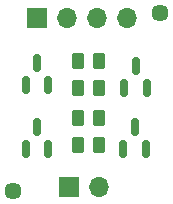
<source format=gbr>
%TF.GenerationSoftware,KiCad,Pcbnew,7.0.0-da2b9df05c~163~ubuntu20.04.1*%
%TF.CreationDate,2023-06-08T13:28:59+01:00*%
%TF.ProjectId,h_bridge,685f6272-6964-4676-952e-6b696361645f,rev?*%
%TF.SameCoordinates,Original*%
%TF.FileFunction,Soldermask,Top*%
%TF.FilePolarity,Negative*%
%FSLAX46Y46*%
G04 Gerber Fmt 4.6, Leading zero omitted, Abs format (unit mm)*
G04 Created by KiCad (PCBNEW 7.0.0-da2b9df05c~163~ubuntu20.04.1) date 2023-06-08 13:28:59*
%MOMM*%
%LPD*%
G01*
G04 APERTURE LIST*
G04 Aperture macros list*
%AMRoundRect*
0 Rectangle with rounded corners*
0 $1 Rounding radius*
0 $2 $3 $4 $5 $6 $7 $8 $9 X,Y pos of 4 corners*
0 Add a 4 corners polygon primitive as box body*
4,1,4,$2,$3,$4,$5,$6,$7,$8,$9,$2,$3,0*
0 Add four circle primitives for the rounded corners*
1,1,$1+$1,$2,$3*
1,1,$1+$1,$4,$5*
1,1,$1+$1,$6,$7*
1,1,$1+$1,$8,$9*
0 Add four rect primitives between the rounded corners*
20,1,$1+$1,$2,$3,$4,$5,0*
20,1,$1+$1,$4,$5,$6,$7,0*
20,1,$1+$1,$6,$7,$8,$9,0*
20,1,$1+$1,$8,$9,$2,$3,0*%
G04 Aperture macros list end*
%ADD10RoundRect,0.150000X0.150000X-0.587500X0.150000X0.587500X-0.150000X0.587500X-0.150000X-0.587500X0*%
%ADD11R,1.700000X1.700000*%
%ADD12O,1.700000X1.700000*%
%ADD13RoundRect,0.250000X-0.262500X-0.450000X0.262500X-0.450000X0.262500X0.450000X-0.262500X0.450000X0*%
%ADD14C,1.448000*%
%ADD15RoundRect,0.250000X0.262500X0.450000X-0.262500X0.450000X-0.262500X-0.450000X0.262500X-0.450000X0*%
G04 APERTURE END LIST*
D10*
%TO.C,Q3*%
X95128000Y-56485000D03*
X97028000Y-56485000D03*
X96078000Y-54610000D03*
%TD*%
D11*
%TO.C,M1*%
X98805999Y-59689999D03*
D12*
X101345999Y-59689999D03*
%TD*%
D13*
%TO.C,R1*%
X99521000Y-49022000D03*
X101346000Y-49022000D03*
%TD*%
D14*
%TO.C,REF\u002A\u002A*%
X94000000Y-60000000D03*
%TD*%
D15*
%TO.C,R3*%
X101346000Y-56134000D03*
X99521000Y-56134000D03*
%TD*%
D10*
%TO.C,Q1*%
X95128000Y-51054000D03*
X97028000Y-51054000D03*
X96078000Y-49179000D03*
%TD*%
D14*
%TO.C,REF\u002A\u002A*%
X106500000Y-45000000D03*
%TD*%
D15*
%TO.C,R4*%
X101346000Y-51308000D03*
X99521000Y-51308000D03*
%TD*%
D10*
%TO.C,Q2*%
X103450000Y-51308000D03*
X105350000Y-51308000D03*
X104400000Y-49433000D03*
%TD*%
%TO.C,Q4*%
X103378000Y-56485000D03*
X105278000Y-56485000D03*
X104328000Y-54610000D03*
%TD*%
D13*
%TO.C,R2*%
X99521000Y-53848000D03*
X101346000Y-53848000D03*
%TD*%
D11*
%TO.C,J1*%
X96049999Y-45409999D03*
D12*
X98589999Y-45409999D03*
X101129999Y-45409999D03*
X103669999Y-45409999D03*
%TD*%
M02*

</source>
